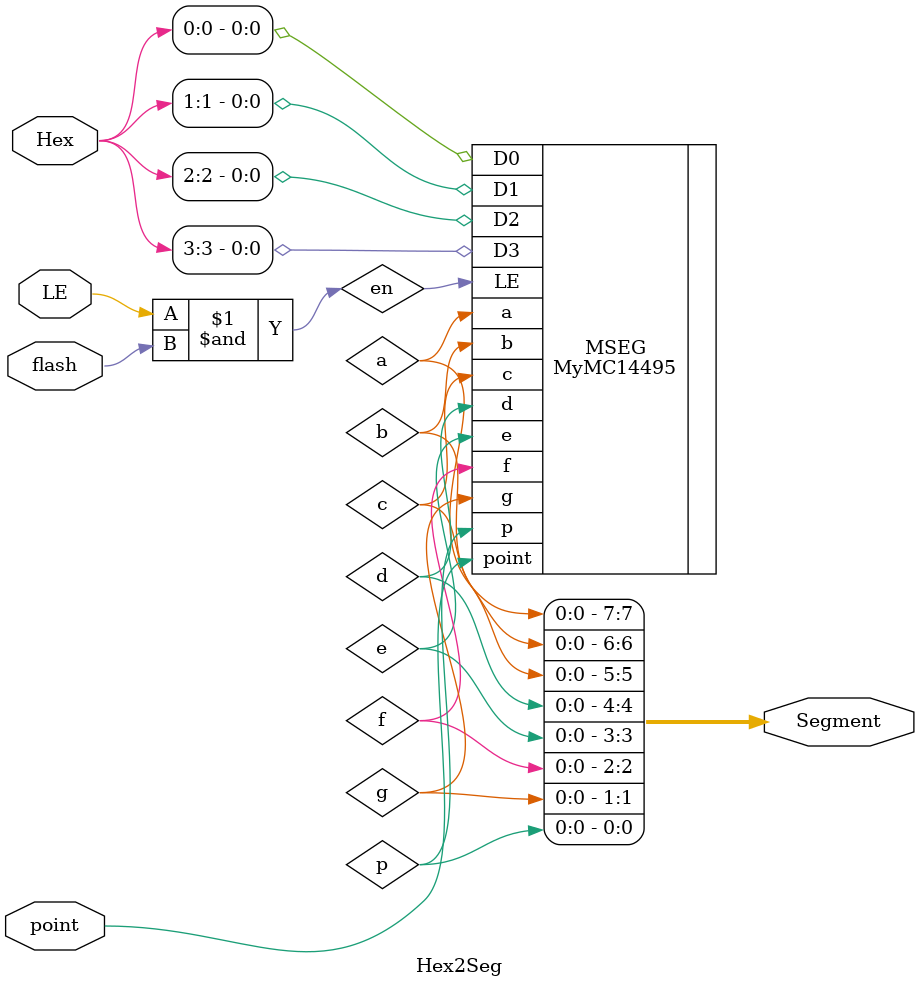
<source format=v>
`timescale 1ns / 1ps
module Hex2Seg(input [3:0] Hex,
					input LE,
					input point,
					input flash,
					output [7:0] Segment
    );
	 wire en = LE & flash;
	 MyMC14495 MSEG(.D3(Hex[3]), .D2(Hex[2]), .D1(Hex[1]), .D0(Hex[0]), .LE(en), .point(point),
							.a(a), .b(b), .c(c), .d(d), .e(e), .f(f), .g(g), .p(p));
	 assign Segment = {a, b, c, d, e, f, g, p};

endmodule

</source>
